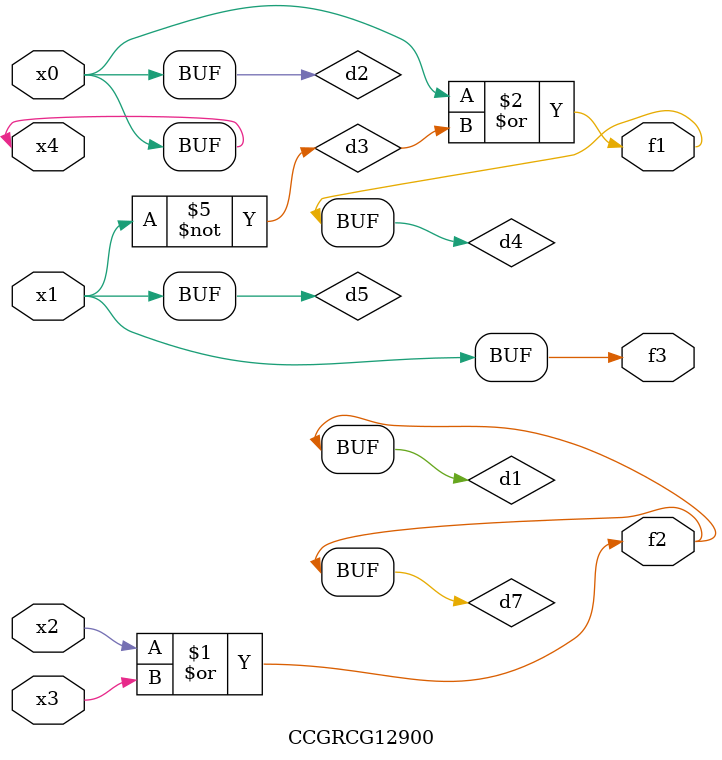
<source format=v>
module CCGRCG12900(
	input x0, x1, x2, x3, x4,
	output f1, f2, f3
);

	wire d1, d2, d3, d4, d5, d6, d7;

	or (d1, x2, x3);
	buf (d2, x0, x4);
	not (d3, x1);
	or (d4, d2, d3);
	not (d5, d3);
	nand (d6, d1, d3);
	or (d7, d1);
	assign f1 = d4;
	assign f2 = d7;
	assign f3 = d5;
endmodule

</source>
